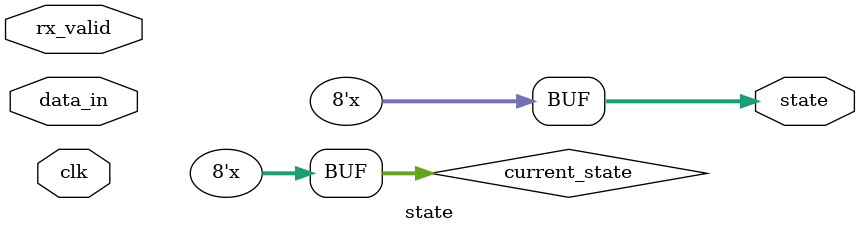
<source format=v>
module state(
    input clk,                   // UART时钟信号 153.6KHz
    input [7:0] data_in,         // UART字节数据
    input rx_valid,              // 接收数据有效-低电平有效
    output reg [7:0] state             // 状态数  0 - 等待图片 & 显示图片   1 - 图片传输   
);

// 检测字节传输结束信号 UART的ReadSignal 0 => 1
reg rx_valid_prev;
wire rx_valid_rise;
always @(posedge clk) begin
    rx_valid_prev <= rx_valid;
end
assign rx_valid_rise = (~rx_valid_prev) & rx_valid;

// 状态机更新逻辑
reg [7:0] current_state = 8'h00; // 初始为状态0
localparam STATE_0 = 0;    // 状态0 - 等待图片传输 & 图片显示
localparam STATE_1 = 1;    // 状态1 - 传输图片

// 状态转换逻辑
always @(*) begin
    if (rx_valid_rise) begin
        case (current_state)
            STATE_0: begin
                if (data_in == 8'h5A) begin
                    current_state = STATE_1;
                end
            end
            STATE_1: begin
                if (data_in == 8'hA5) begin
                    current_state = STATE_0;
                end
            end
        endcase
    end
    state <= current_state; // 输出当前状态
end


endmodule
</source>
